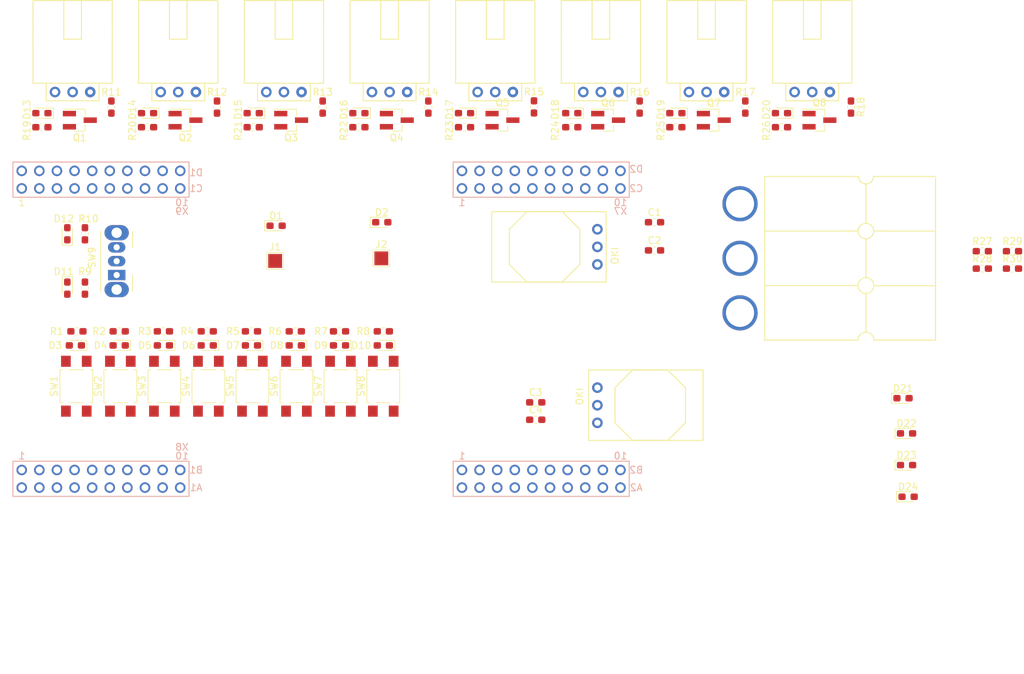
<source format=kicad_pcb>
(kicad_pcb (version 20171130) (host pcbnew "(5.1.4)-1")
  (layers (0 F.Cu signal) (31 B.Cu signal) (34 B.Paste user) (35 F.Paste user) (36 B.SilkS user) (37 F.SilkS user) (38 B.Mask user) (39 F.Mask user) (44 Edge.Cuts user))
  (net 0 "")
  (net 1 GND)
  (net 2 Power_Input_Log)
  (net 3 Power_Input_Act)
  (net 4 +3V3)
  (net 5 "Net-(D9-Pad2)")
  (net 6 "Net-(D10-Pad2)")
  (net 7 "Net-(D15-Pad2)")
  (net 8 "Net-(D16-Pad2)")
  (net 9 Servo_Digital_Control)
  (net 10 Servo_Manual_Control)
  (net 11 "Net-(D22-Pad2)")
  (net 12 "Net-(Q1-Pad1)")
  (net 13 "Net-(Q2-Pad1)")
  (net 14 "Net-(Q3-Pad1)")
  (net 15 "Net-(Q4-Pad1)")
  (net 16 "Net-(Q5-Pad1)")
  (net 17 "Net-(Q6-Pad1)")
  (net 18 "Net-(Q7-Pad1)")
  (net 19 "Net-(Q8-Pad1)")
  (net 20 Servo_1_SW)
  (net 21 Servo_2_SW)
  (net 22 Servo_3_SW)
  (net 23 Servo_4_SW)
  (net 24 Servo_5_SW)
  (net 25 Servo_6_SW)
  (net 26 Servo_7_SW)
  (net 27 Servo_8_SW)
  (net 28 "Net-(D5-Pad2)")
  (net 29 "Net-(D6-Pad2)")
  (net 30 "Net-(D7-Pad2)")
  (net 31 "Net-(D8-Pad2)")
  (net 32 "Net-(D15-Pad1)")
  (net 33 "Net-(D16-Pad1)")
  (net 34 "Net-(D17-Pad1)")
  (net 35 "Net-(D17-Pad2)")
  (net 36 "Net-(D18-Pad1)")
  (net 37 "Net-(D18-Pad2)")
  (net 38 "Net-(D19-Pad1)")
  (net 39 "Net-(D19-Pad2)")
  (net 40 "Net-(D20-Pad1)")
  (net 41 "Net-(D20-Pad2)")
  (net 42 "Net-(D21-Pad2)")
  (net 43 +5V)
  (net 44 Servo_1_PWM)
  (net 45 Servo_2_PWM)
  (net 46 Servo_3_PWM)
  (net 47 Servo_4_PWM)
  (net 48 Servo_5_PWM)
  (net 49 Servo_6_PWM)
  (net 50 Servo_7_PWM)
  (net 51 Servo_8_AW)
  (net 52 "Net-(U3-PadPM6)")
  (net 53 "Net-(U3-PadPQ1)")
  (net 54 "Net-(U3-PadPQ2)")
  (net 55 "Net-(U3-PadPK0)")
  (net 56 "Net-(U3-PadPQ3)")
  (net 57 "Net-(U3-PadPP3)")
  (net 58 "Net-(U3-PadPQ0)")
  (net 59 "Net-(U3-PadPA7)")
  (net 60 "Net-(U3-PadPN5)")
  (net 61 "Net-(U3-PadPK2)")
  (net 62 "Net-(U3-PadPK1)")
  (net 63 "Net-(U3-PadPB4)")
  (net 64 "Net-(U3-PadPB5)")
  (net 65 "Net-(U3-PadPK3)")
  (net 66 "Net-(U3-PadPD2)")
  (net 67 "Net-(U3-PadPP0)")
  (net 68 "Net-(U3-PadPP1)")
  (net 69 "Net-(U3-PadPD4)")
  (net 70 "Net-(U3-PadPD5)")
  (net 71 "Net-(U3-PadPP4)")
  (net 72 "Net-(U3-PadPN4)")
  (net 73 "Net-(U3-PadPM1)")
  (net 74 "Net-(U3-PadPM2)")
  (net 75 "Net-(U3-PadPH0)")
  (net 76 "Net-(U3-PadPH1)")
  (net 77 "Net-(U3-PadPK6)")
  (net 78 "Net-(U3-PadPK7)")
  (net 79 "Net-(U3-PadPM7)")
  (net 80 "Net-(U3-PadPP5)")
  (net 81 "Net-(U3-Pad+5V)")
  (net 82 "Net-(U3-PadPC5)")
  (net 83 "Net-(U3-PadPC6)")
  (net 84 "Net-(U3-PadPE5)")
  (net 85 "Net-(U3-PadPD3)")
  (net 86 "Net-(U3-PadPC7)")
  (net 87 "Net-(U3-PadPB2)")
  (net 88 "Net-(U3-PadPB3)")
  (net 89 "Net-(U3-PadPL4)")
  (net 90 "Net-(U3-PadPL5)")
  (net 91 "Net-(U3-PadPL0)")
  (net 92 "Net-(U3-PadPL1)")
  (net 93 "Net-(U3-PadPL2)")
  (net 94 "Net-(U3-PadPL3)")
  (net 95 "Net-(U3-PadPM3)")
  (net 96 "Net-(U3-PadPH2)")
  (net 97 "Net-(U3-PadPH3)")
  (net 98 "Net-(U3-PadRese)")
  (net 99 "Net-(U3-PadPD1)")
  (net 100 "Net-(U3-PadPD0)")
  (net 101 "Net-(U3-PadPN2)")
  (net 102 "Net-(U3-PadPN3)")
  (net 103 "Net-(U3-PadPP2)")
  (net 104 "Net-(U3-PadPA4)")
  (net 105 "Net-(U3-PadPA5)")
  (net 106 "Net-(D3-Pad2)")
  (net 107 "Net-(D4-Pad2)")
  (net 108 "Net-(D13-Pad2)")
  (net 109 "Net-(D13-Pad1)")
  (net 110 "Net-(D14-Pad2)")
  (net 111 "Net-(D14-Pad1)")
  (net 112 "Net-(D23-Pad2)")
  (net 113 "Net-(D24-Pad2)")
  (net 114 "Net-(R9-Pad1)")
  (net 115 "Net-(R10-Pad1)")
  (module LED_SMD:LED_0603_1608Metric_Pad1.05x0.95mm_HandSolder (layer F.Cu) (at 113.933 128.524 180)
    (fp_text reference D9 (at 2.681 0) (layer F.SilkS))
    (fp_text value LED)
    (pad 2 smd roundrect (at 0.875 0 180) (size 1.05 0.95) (layers F.Cu F.Paste F.Mask) (net 5 "Net-(D9-Pad2)"))
    (pad 1 smd roundrect (at -0.875 0 180) (size 1.05 0.95) (layers F.Cu F.Paste F.Mask) (net 1 GND))
  )
  (module LED_SMD:LED_0603_1608Metric_Pad1.05x0.95mm_HandSolder (layer F.Cu) (at 104.789 111.252)
    (fp_text reference D1 (at 0 -1.43) (layer F.SilkS))
    (fp_text value D_Zener)
    (pad 1 smd roundrect (at -0.875 0) (size 1.05 0.95) (layers F.Cu F.Paste F.Mask) (net 2 Power_Input_Log))
    (pad 2 smd roundrect (at 0.875 0) (size 1.05 0.95) (layers F.Cu F.Paste F.Mask) (net 1 GND))
  )
  (module LED_SMD:LED_0603_1608Metric_Pad1.05x0.95mm_HandSolder (layer F.Cu) (at 120.029 110.744)
    (fp_text reference D2 (at 0 -1.43) (layer F.SilkS))
    (fp_text value D_Zener)
    (pad 1 smd roundrect (at -0.875 0) (size 1.05 0.95) (layers F.Cu F.Paste F.Mask) (net 3 Power_Input_Act))
    (pad 2 smd roundrect (at 0.875 0) (size 1.05 0.95) (layers F.Cu F.Paste F.Mask) (net 1 GND))
  )
  (module LED_SMD:LED_0603_1608Metric_Pad1.05x0.95mm_HandSolder (layer F.Cu) (at 75.833 128.524 180)
    (fp_text reference D3 (at 2.907 0) (layer F.SilkS))
    (fp_text value LED)
    (pad 2 smd roundrect (at 0.875 0 180) (size 1.05 0.95) (layers F.Cu F.Paste F.Mask) (net 106 "Net-(D3-Pad2)"))
    (pad 1 smd roundrect (at -0.875 0 180) (size 1.05 0.95) (layers F.Cu F.Paste F.Mask) (net 1 GND))
  )
  (module LED_SMD:LED_0603_1608Metric_Pad1.05x0.95mm_HandSolder (layer F.Cu) (at 82.155 128.524 180)
    (fp_text reference D4 (at 2.681 0) (layer F.SilkS))
    (fp_text value LED)
    (pad 1 smd roundrect (at -0.875 0 180) (size 1.05 0.95) (layers F.Cu F.Paste F.Mask) (net 1 GND))
    (pad 2 smd roundrect (at 0.875 0 180) (size 1.05 0.95) (layers F.Cu F.Paste F.Mask) (net 107 "Net-(D4-Pad2)"))
  )
  (module LED_SMD:LED_0603_1608Metric_Pad1.05x0.95mm_HandSolder (layer F.Cu) (at 88.533 128.524 180)
    (fp_text reference D5 (at 2.681 0) (layer F.SilkS))
    (fp_text value LED)
    (pad 1 smd roundrect (at -0.875 0 180) (size 1.05 0.95) (layers F.Cu F.Paste F.Mask) (net 1 GND))
    (pad 2 smd roundrect (at 0.875 0 180) (size 1.05 0.95) (layers F.Cu F.Paste F.Mask) (net 28 "Net-(D5-Pad2)"))
  )
  (module LED_SMD:LED_0603_1608Metric_Pad1.05x0.95mm_HandSolder (layer F.Cu) (at 94.855 128.524 180)
    (fp_text reference D6 (at 2.681 0) (layer F.SilkS))
    (fp_text value LED)
    (pad 2 smd roundrect (at 0.875 0 180) (size 1.05 0.95) (layers F.Cu F.Paste F.Mask) (net 29 "Net-(D6-Pad2)"))
    (pad 1 smd roundrect (at -0.875 0 180) (size 1.05 0.95) (layers F.Cu F.Paste F.Mask) (net 1 GND))
  )
  (module LED_SMD:LED_0603_1608Metric_Pad1.05x0.95mm_HandSolder (layer F.Cu) (at 101.233 128.524 180)
    (fp_text reference D7 (at 2.681 0) (layer F.SilkS))
    (fp_text value LED)
    (pad 1 smd roundrect (at -0.875 0 180) (size 1.05 0.95) (layers F.Cu F.Paste F.Mask) (net 1 GND))
    (pad 2 smd roundrect (at 0.875 0 180) (size 1.05 0.95) (layers F.Cu F.Paste F.Mask) (net 30 "Net-(D7-Pad2)"))
  )
  (module LED_SMD:LED_0603_1608Metric_Pad1.05x0.95mm_HandSolder (layer F.Cu) (at 107.555 128.524 180)
    (fp_text reference D8 (at 2.681 0) (layer F.SilkS))
    (fp_text value LED)
    (pad 2 smd roundrect (at 0.875 0 180) (size 1.05 0.95) (layers F.Cu F.Paste F.Mask) (net 31 "Net-(D8-Pad2)"))
    (pad 1 smd roundrect (at -0.875 0 180) (size 1.05 0.95) (layers F.Cu F.Paste F.Mask) (net 1 GND))
  )
  (module LED_SMD:LED_0603_1608Metric_Pad1.05x0.95mm_HandSolder (layer F.Cu) (at 120.255 128.524 180)
    (fp_text reference D10 (at 3.189 0) (layer F.SilkS))
    (fp_text value LED)
    (pad 2 smd roundrect (at 0.875 0 180) (size 1.05 0.95) (layers F.Cu F.Paste F.Mask) (net 6 "Net-(D10-Pad2)"))
    (pad 1 smd roundrect (at -0.875 0 180) (size 1.05 0.95) (layers F.Cu F.Paste F.Mask) (net 1 GND))
  )
  (module LED_SMD:LED_0603_1608Metric_Pad1.05x0.95mm_HandSolder (layer F.Cu) (at 74.676 120.255 270)
    (fp_text reference D11 (at -2.399 0.508 180) (layer F.SilkS))
    (fp_text value LED)
    (pad 1 smd roundrect (at -0.875 0 270) (size 1.05 0.95) (layers F.Cu F.Paste F.Mask) (net 1 GND))
    (pad 2 smd roundrect (at 0.875 0 270) (size 1.05 0.95) (layers F.Cu F.Paste F.Mask) (net 9 Servo_Digital_Control))
  )
  (module LED_SMD:LED_0603_1608Metric_Pad1.05x0.95mm_HandSolder (layer F.Cu) (at 74.676 112.409 90)
    (fp_text reference D12 (at 2.173 -0.508 180) (layer F.SilkS))
    (fp_text value LED)
    (pad 2 smd roundrect (at 0.875 0 90) (size 1.05 0.95) (layers F.Cu F.Paste F.Mask) (net 10 Servo_Manual_Control))
    (pad 1 smd roundrect (at -0.875 0 90) (size 1.05 0.95) (layers F.Cu F.Paste F.Mask) (net 1 GND))
  )
  (module LED_SMD:LED_0603_1608Metric_Pad1.05x0.95mm_HandSolder (layer F.Cu) (at 71.007 94.996 180)
    (fp_text reference D13 (at 2.173 0.508 90) (layer F.SilkS))
    (fp_text value LED)
    (pad 2 smd roundrect (at 0.875 0 180) (size 1.05 0.95) (layers F.Cu F.Paste F.Mask) (net 108 "Net-(D13-Pad2)"))
    (pad 1 smd roundrect (at -0.875 0 180) (size 1.05 0.95) (layers F.Cu F.Paste F.Mask) (net 109 "Net-(D13-Pad1)"))
  )
  (module LED_SMD:LED_0603_1608Metric_Pad1.05x0.95mm_HandSolder (layer F.Cu) (at 86.247 94.996 180)
    (fp_text reference D14 (at 2.173 0.508 270) (layer F.SilkS))
    (fp_text value LED)
    (pad 2 smd roundrect (at 0.875 0 180) (size 1.05 0.95) (layers F.Cu F.Paste F.Mask) (net 110 "Net-(D14-Pad2)"))
    (pad 1 smd roundrect (at -0.875 0 180) (size 1.05 0.95) (layers F.Cu F.Paste F.Mask) (net 111 "Net-(D14-Pad1)"))
  )
  (module LED_SMD:LED_0603_1608Metric_Pad1.05x0.95mm_HandSolder (layer F.Cu) (at 101.487 94.996 180)
    (fp_text reference D15 (at 2.173 0.508 90) (layer F.SilkS))
    (fp_text value LED)
    (pad 2 smd roundrect (at 0.875 0 180) (size 1.05 0.95) (layers F.Cu F.Paste F.Mask) (net 7 "Net-(D15-Pad2)"))
    (pad 1 smd roundrect (at -0.875 0 180) (size 1.05 0.95) (layers F.Cu F.Paste F.Mask) (net 32 "Net-(D15-Pad1)"))
  )
  (module LED_SMD:LED_0603_1608Metric_Pad1.05x0.95mm_HandSolder (layer F.Cu) (at 116.727 94.996 180)
    (fp_text reference D16 (at 2.173 0.508 90) (layer F.SilkS))
    (fp_text value LED)
    (pad 2 smd roundrect (at 0.875 0 180) (size 1.05 0.95) (layers F.Cu F.Paste F.Mask) (net 8 "Net-(D16-Pad2)"))
    (pad 1 smd roundrect (at -0.875 0 180) (size 1.05 0.95) (layers F.Cu F.Paste F.Mask) (net 33 "Net-(D16-Pad1)"))
  )
  (module LED_SMD:LED_0603_1608Metric_Pad1.05x0.95mm_HandSolder (layer F.Cu) (at 131.967 94.996 180)
    (fp_text reference D17 (at 2.173 0.508 90) (layer F.SilkS))
    (fp_text value LED)
    (pad 1 smd roundrect (at -0.875 0 180) (size 1.05 0.95) (layers F.Cu F.Paste F.Mask) (net 34 "Net-(D17-Pad1)"))
    (pad 2 smd roundrect (at 0.875 0 180) (size 1.05 0.95) (layers F.Cu F.Paste F.Mask) (net 35 "Net-(D17-Pad2)"))
  )
  (module LED_SMD:LED_0603_1608Metric_Pad1.05x0.95mm_HandSolder (layer F.Cu) (at 147.433 94.996 180)
    (fp_text reference D18 (at 2.399 0.508 90) (layer F.SilkS))
    (fp_text value LED)
    (pad 2 smd roundrect (at 0.875 0 180) (size 1.05 0.95) (layers F.Cu F.Paste F.Mask) (net 37 "Net-(D18-Pad2)"))
    (pad 1 smd roundrect (at -0.875 0 180) (size 1.05 0.95) (layers F.Cu F.Paste F.Mask) (net 36 "Net-(D18-Pad1)"))
  )
  (module LED_SMD:LED_0603_1608Metric_Pad1.05x0.95mm_HandSolder (layer F.Cu) (at 162.447 94.996 180)
    (fp_text reference D19 (at 2.173 0.508 90) (layer F.SilkS))
    (fp_text value LED)
    (pad 1 smd roundrect (at -0.875 0 180) (size 1.05 0.95) (layers F.Cu F.Paste F.Mask) (net 38 "Net-(D19-Pad1)"))
    (pad 2 smd roundrect (at 0.875 0 180) (size 1.05 0.95) (layers F.Cu F.Paste F.Mask) (net 39 "Net-(D19-Pad2)"))
  )
  (module LED_SMD:LED_0603_1608Metric_Pad1.05x0.95mm_HandSolder (layer F.Cu) (at 177.687 94.996 180)
    (fp_text reference D20 (at 2.173 0.508 90) (layer F.SilkS))
    (fp_text value LED)
    (pad 1 smd roundrect (at -0.875 0 180) (size 1.05 0.95) (layers F.Cu F.Paste F.Mask) (net 40 "Net-(D20-Pad1)"))
    (pad 2 smd roundrect (at 0.875 0 180) (size 1.05 0.95) (layers F.Cu F.Paste F.Mask) (net 41 "Net-(D20-Pad2)"))
  )
  (module TestPoint:TestPoint_Pad_2.0x2.0mm (layer F.Cu) (at 104.648 116.332)
    (fp_text reference J1 (at 0 -1.998) (layer F.SilkS))
    (fp_text value Test_Point)
    (pad 1 smd rect (at 0 0) (size 2 2) (layers F.Cu F.Mask) (net 2 Power_Input_Log))
  )
  (module TestPoint:TestPoint_Pad_2.0x2.0mm (layer F.Cu) (at 119.961001 115.959001)
    (fp_text reference J2 (at 0 -1.998) (layer F.SilkS))
    (fp_text value Test_Point)
    (pad 1 smd rect (at 0 0) (size 2 2) (layers F.Cu F.Mask) (net 3 Power_Input_Act))
  )
  (module Package_TO_SOT_SMD:SOT-23_Handsoldering (layer F.Cu) (at 76.478 96.012)
    (fp_text reference Q1 (at -0.024 2.54) (layer F.SilkS))
    (fp_text value Q_NMOS_GDS)
    (pad 1 smd rect (at -1.5 -0.95) (size 1.9 0.8) (layers F.Cu F.Paste F.Mask) (net 12 "Net-(Q1-Pad1)"))
    (pad 2 smd rect (at -1.5 0.95) (size 1.9 0.8) (layers F.Cu F.Paste F.Mask) (net 109 "Net-(D13-Pad1)"))
    (pad 3 smd rect (at 1.5 0) (size 1.9 0.8) (layers F.Cu F.Paste F.Mask) (net 1 GND))
  )
  (module Package_TO_SOT_SMD:SOT-23_Handsoldering (layer F.Cu) (at 91.718 96.012)
    (fp_text reference Q2 (at 0 2.54) (layer F.SilkS))
    (fp_text value Q_NMOS_GDS)
    (pad 1 smd rect (at -1.5 -0.95) (size 1.9 0.8) (layers F.Cu F.Paste F.Mask) (net 13 "Net-(Q2-Pad1)"))
    (pad 2 smd rect (at -1.5 0.95) (size 1.9 0.8) (layers F.Cu F.Paste F.Mask) (net 111 "Net-(D14-Pad1)"))
    (pad 3 smd rect (at 1.5 0) (size 1.9 0.8) (layers F.Cu F.Paste F.Mask) (net 1 GND))
  )
  (module Package_TO_SOT_SMD:SOT-23_Handsoldering (layer F.Cu) (at 106.958 96.012)
    (fp_text reference Q3 (at 0 2.54) (layer F.SilkS))
    (fp_text value Q_NMOS_GDS)
    (pad 3 smd rect (at 1.5 0) (size 1.9 0.8) (layers F.Cu F.Paste F.Mask) (net 1 GND))
    (pad 2 smd rect (at -1.5 0.95) (size 1.9 0.8) (layers F.Cu F.Paste F.Mask) (net 32 "Net-(D15-Pad1)"))
    (pad 1 smd rect (at -1.5 -0.95) (size 1.9 0.8) (layers F.Cu F.Paste F.Mask) (net 14 "Net-(Q3-Pad1)"))
  )
  (module Package_TO_SOT_SMD:SOT-23_Handsoldering (layer F.Cu) (at 122.198 96.012)
    (fp_text reference Q4 (at -0.024 2.54) (layer F.SilkS))
    (fp_text value Q_NMOS_GDS)
    (pad 1 smd rect (at -1.5 -0.95) (size 1.9 0.8) (layers F.Cu F.Paste F.Mask) (net 15 "Net-(Q4-Pad1)"))
    (pad 2 smd rect (at -1.5 0.95) (size 1.9 0.8) (layers F.Cu F.Paste F.Mask) (net 33 "Net-(D16-Pad1)"))
    (pad 3 smd rect (at 1.5 0) (size 1.9 0.8) (layers F.Cu F.Paste F.Mask) (net 1 GND))
  )
  (module Package_TO_SOT_SMD:SOT-23_Handsoldering (layer F.Cu) (at 137.438 96.012)
    (fp_text reference Q5 (at 0 -2.5) (layer F.SilkS))
    (fp_text value Q_NMOS_GDS)
    (pad 1 smd rect (at -1.5 -0.95) (size 1.9 0.8) (layers F.Cu F.Paste F.Mask) (net 16 "Net-(Q5-Pad1)"))
    (pad 2 smd rect (at -1.5 0.95) (size 1.9 0.8) (layers F.Cu F.Paste F.Mask) (net 34 "Net-(D17-Pad1)"))
    (pad 3 smd rect (at 1.5 0) (size 1.9 0.8) (layers F.Cu F.Paste F.Mask) (net 1 GND))
  )
  (module Package_TO_SOT_SMD:SOT-23_Handsoldering (layer F.Cu) (at 152.678 96.012)
    (fp_text reference Q6 (at 0 -2.5) (layer F.SilkS))
    (fp_text value Q_NMOS_GDS)
    (pad 3 smd rect (at 1.5 0) (size 1.9 0.8) (layers F.Cu F.Paste F.Mask) (net 1 GND))
    (pad 2 smd rect (at -1.5 0.95) (size 1.9 0.8) (layers F.Cu F.Paste F.Mask) (net 36 "Net-(D18-Pad1)"))
    (pad 1 smd rect (at -1.5 -0.95) (size 1.9 0.8) (layers F.Cu F.Paste F.Mask) (net 17 "Net-(Q6-Pad1)"))
  )
  (module Package_TO_SOT_SMD:SOT-23_Handsoldering (layer F.Cu) (at 167.918 96.012)
    (fp_text reference Q7 (at 0 -2.5) (layer F.SilkS))
    (fp_text value Q_NMOS_GDS)
    (pad 3 smd rect (at 1.5 0) (size 1.9 0.8) (layers F.Cu F.Paste F.Mask) (net 1 GND))
    (pad 2 smd rect (at -1.5 0.95) (size 1.9 0.8) (layers F.Cu F.Paste F.Mask) (net 38 "Net-(D19-Pad1)"))
    (pad 1 smd rect (at -1.5 -0.95) (size 1.9 0.8) (layers F.Cu F.Paste F.Mask) (net 18 "Net-(Q7-Pad1)"))
  )
  (module Package_TO_SOT_SMD:SOT-23_Handsoldering (layer F.Cu) (at 183.158 96.012)
    (fp_text reference Q8 (at 0 -2.5) (layer F.SilkS))
    (fp_text value Q_NMOS_GDS)
    (pad 3 smd rect (at 1.5 0) (size 1.9 0.8) (layers F.Cu F.Paste F.Mask) (net 1 GND))
    (pad 2 smd rect (at -1.5 0.95) (size 1.9 0.8) (layers F.Cu F.Paste F.Mask) (net 40 "Net-(D20-Pad1)"))
    (pad 1 smd rect (at -1.5 -0.95) (size 1.9 0.8) (layers F.Cu F.Paste F.Mask) (net 19 "Net-(Q8-Pad1)"))
  )
  (module Button_Switch_SMD:SW_SPST_TL3305A (layer F.Cu) (at 75.97 134.41 90)
    (fp_text reference SW1 (at 0 -3.2 90) (layer F.SilkS))
    (fp_text value SW_Push)
    (pad 2 smd rect (at -3.6 1.5 90) (size 1.6 1.4) (layers F.Cu F.Paste F.Mask) (net 20 Servo_1_SW))
    (pad 2 smd rect (at 3.6 1.5 90) (size 1.6 1.4) (layers F.Cu F.Paste F.Mask) (net 20 Servo_1_SW))
    (pad 1 smd rect (at -3.6 -1.5 90) (size 1.6 1.4) (layers F.Cu F.Paste F.Mask) (net 4 +3V3))
    (pad 1 smd rect (at 3.6 -1.5 90) (size 1.6 1.4) (layers F.Cu F.Paste F.Mask) (net 4 +3V3))
  )
  (module Button_Switch_SMD:SW_SPST_TL3305A (layer F.Cu) (at 82.32 134.41 90)
    (fp_text reference SW2 (at 0 -3.2 90) (layer F.SilkS))
    (fp_text value SW_Push)
    (pad 2 smd rect (at -3.6 1.5 90) (size 1.6 1.4) (layers F.Cu F.Paste F.Mask) (net 21 Servo_2_SW))
    (pad 2 smd rect (at 3.6 1.5 90) (size 1.6 1.4) (layers F.Cu F.Paste F.Mask) (net 21 Servo_2_SW))
    (pad 1 smd rect (at -3.6 -1.5 90) (size 1.6 1.4) (layers F.Cu F.Paste F.Mask) (net 4 +3V3))
    (pad 1 smd rect (at 3.6 -1.5 90) (size 1.6 1.4) (layers F.Cu F.Paste F.Mask) (net 4 +3V3))
  )
  (module Button_Switch_SMD:SW_SPST_TL3305A (layer F.Cu) (at 88.67 134.41 90)
    (fp_text reference SW3 (at 0 -3.2 90) (layer F.SilkS))
    (fp_text value SW_Push)
    (pad 1 smd rect (at 3.6 -1.5 90) (size 1.6 1.4) (layers F.Cu F.Paste F.Mask) (net 4 +3V3))
    (pad 1 smd rect (at -3.6 -1.5 90) (size 1.6 1.4) (layers F.Cu F.Paste F.Mask) (net 4 +3V3))
    (pad 2 smd rect (at 3.6 1.5 90) (size 1.6 1.4) (layers F.Cu F.Paste F.Mask) (net 22 Servo_3_SW))
    (pad 2 smd rect (at -3.6 1.5 90) (size 1.6 1.4) (layers F.Cu F.Paste F.Mask) (net 22 Servo_3_SW))
  )
  (module Button_Switch_SMD:SW_SPST_TL3305A (layer F.Cu) (at 95.02 134.41 90)
    (fp_text reference SW4 (at 0 -3.2 90) (layer F.SilkS))
    (fp_text value SW_Push)
    (pad 1 smd rect (at 3.6 -1.5 90) (size 1.6 1.4) (layers F.Cu F.Paste F.Mask) (net 4 +3V3))
    (pad 1 smd rect (at -3.6 -1.5 90) (size 1.6 1.4) (layers F.Cu F.Paste F.Mask) (net 4 +3V3))
    (pad 2 smd rect (at 3.6 1.5 90) (size 1.6 1.4) (layers F.Cu F.Paste F.Mask) (net 23 Servo_4_SW))
    (pad 2 smd rect (at -3.6 1.5 90) (size 1.6 1.4) (layers F.Cu F.Paste F.Mask) (net 23 Servo_4_SW))
  )
  (module Button_Switch_SMD:SW_SPST_TL3305A (layer F.Cu) (at 101.37 134.41 90)
    (fp_text reference SW5 (at 0 -3.2 90) (layer F.SilkS))
    (fp_text value SW_Push)
    (pad 2 smd rect (at -3.6 1.5 90) (size 1.6 1.4) (layers F.Cu F.Paste F.Mask) (net 24 Servo_5_SW))
    (pad 2 smd rect (at 3.6 1.5 90) (size 1.6 1.4) (layers F.Cu F.Paste F.Mask) (net 24 Servo_5_SW))
    (pad 1 smd rect (at -3.6 -1.5 90) (size 1.6 1.4) (layers F.Cu F.Paste F.Mask) (net 4 +3V3))
    (pad 1 smd rect (at 3.6 -1.5 90) (size 1.6 1.4) (layers F.Cu F.Paste F.Mask) (net 4 +3V3))
  )
  (module Button_Switch_SMD:SW_SPST_TL3305A (layer F.Cu) (at 107.72 134.41 90)
    (fp_text reference SW6 (at 0 -3.2 90) (layer F.SilkS))
    (fp_text value SW_Push)
    (pad 1 smd rect (at 3.6 -1.5 90) (size 1.6 1.4) (layers F.Cu F.Paste F.Mask) (net 4 +3V3))
    (pad 1 smd rect (at -3.6 -1.5 90) (size 1.6 1.4) (layers F.Cu F.Paste F.Mask) (net 4 +3V3))
    (pad 2 smd rect (at 3.6 1.5 90) (size 1.6 1.4) (layers F.Cu F.Paste F.Mask) (net 25 Servo_6_SW))
    (pad 2 smd rect (at -3.6 1.5 90) (size 1.6 1.4) (layers F.Cu F.Paste F.Mask) (net 25 Servo_6_SW))
  )
  (module Button_Switch_SMD:SW_SPST_TL3305A (layer F.Cu) (at 114.07 134.41 90)
    (fp_text reference SW7 (at 0 -3.2 90) (layer F.SilkS))
    (fp_text value SW_Push)
    (pad 2 smd rect (at -3.6 1.5 90) (size 1.6 1.4) (layers F.Cu F.Paste F.Mask) (net 26 Servo_7_SW))
    (pad 2 smd rect (at 3.6 1.5 90) (size 1.6 1.4) (layers F.Cu F.Paste F.Mask) (net 26 Servo_7_SW))
    (pad 1 smd rect (at -3.6 -1.5 90) (size 1.6 1.4) (layers F.Cu F.Paste F.Mask) (net 4 +3V3))
    (pad 1 smd rect (at 3.6 -1.5 90) (size 1.6 1.4) (layers F.Cu F.Paste F.Mask) (net 4 +3V3))
  )
  (module Button_Switch_SMD:SW_SPST_TL3305A (layer F.Cu) (at 120.245001 134.41 90)
    (fp_text reference SW8 (at 0 -3.2 90) (layer F.SilkS))
    (fp_text value SW_Push)
    (pad 1 smd rect (at 3.6 -1.5 90) (size 1.6 1.4) (layers F.Cu F.Paste F.Mask) (net 4 +3V3))
    (pad 1 smd rect (at -3.6 -1.5 90) (size 1.6 1.4) (layers F.Cu F.Paste F.Mask) (net 4 +3V3))
    (pad 2 smd rect (at 3.6 1.5 90) (size 1.6 1.4) (layers F.Cu F.Paste F.Mask) (net 27 Servo_8_SW))
    (pad 2 smd rect (at -3.6 1.5 90) (size 1.6 1.4) (layers F.Cu F.Paste F.Mask) (net 27 Servo_8_SW))
  )
  (module Button_Switch_THT:SW_CuK_OS102011MA1QN1_SPDT_Angled (layer F.Cu) (at 81.788 118.364 90)
    (fp_text reference SW9 (at 2.54 -3.556 270) (layer F.SilkS))
    (fp_text value SW_SPDT)
    (pad 1 thru_hole rect (at 0 0 90) (size 1.5 2.5) (drill 0.9) (layers *.Cu *.Mask) (net 114 "Net-(R9-Pad1)"))
    (pad 2 thru_hole oval (at 2 0 90) (size 1.5 2.5) (drill 0.9) (layers *.Cu *.Mask) (net 4 +3V3))
    (pad 3 thru_hole oval (at 4 0 90) (size 1.5 2.5) (drill 0.9) (layers *.Cu *.Mask) (net 115 "Net-(R10-Pad1)"))
    (pad "" thru_hole oval (at -2.1 0 90) (size 2.2 3.5) (drill 1.5) (layers *.Cu *.Mask))
    (pad "" thru_hole oval (at 6.1 0 90) (size 2.2 3.5) (drill 1.5) (layers *.Cu *.Mask))
  )
  (module MRDT_Connectors:Anderson_3_Horizontal_Side_by_Side (layer F.Cu) (at 175.26 104.14 180)
    (fp_text reference Conn1 hide)
    (fp_text value AndersonPP)
    (pad 3 thru_hole circle (at 3.556 -3.937 180) (size 5.08 5.08) (drill 4.06) (layers *.Cu *.Mask F.Paste) (net 3 Power_Input_Act))
    (pad 2 thru_hole circle (at 3.556 -11.811 180) (size 5.08 5.08) (drill 4.06) (layers *.Cu *.Mask F.Paste) (net 2 Power_Input_Log))
    (pad 1 thru_hole circle (at 3.556 -19.685 180) (size 5.08 5.08) (drill 4.06) (layers *.Cu *.Mask F.Paste) (net 1 GND))
  )
  (module MRDT_Connectors:MOLEX_SL_03_Horizontal (layer F.Cu) (at 75.438 91.948)
    (fp_text reference Conn2 hide)
    (fp_text value Molex_SL_03)
    (pad "" np_thru_hole circle (at 3.81 -8.636) (size 3.45 3.45) (drill 3.45) (layers *.Cu *.Mask))
    (pad "" np_thru_hole circle (at -3.81 -8.636) (size 3.45 3.45) (drill 3.45) (layers *.Cu *.Mask))
    (pad 3 thru_hole circle (at 2.54 0) (size 1.524 1.524) (drill 0.762) (layers *.Cu *.Mask) (net 44 Servo_1_PWM))
    (pad 2 thru_hole circle (at 0 0) (size 1.524 1.524) (drill 0.9) (layers *.Cu *.Mask) (net 1 GND))
    (pad 1 thru_hole circle (at -2.54 0) (size 1.524 1.524) (drill 0.9) (layers *.Cu *.Mask) (net 43 +5V))
  )
  (module MRDT_Connectors:MOLEX_SL_03_Horizontal (layer F.Cu) (at 90.678 91.948)
    (fp_text reference Conn3 hide)
    (fp_text value Molex_SL_03)
    (pad 1 thru_hole circle (at -2.54 0) (size 1.524 1.524) (drill 0.9) (layers *.Cu *.Mask) (net 43 +5V))
    (pad 2 thru_hole circle (at 0 0) (size 1.524 1.524) (drill 0.9) (layers *.Cu *.Mask) (net 1 GND))
    (pad 3 thru_hole circle (at 2.54 0) (size 1.524 1.524) (drill 0.762) (layers *.Cu *.Mask) (net 45 Servo_2_PWM))
    (pad "" np_thru_hole circle (at -3.81 -8.636) (size 3.45 3.45) (drill 3.45) (layers *.Cu *.Mask))
    (pad "" np_thru_hole circle (at 3.81 -8.636) (size 3.45 3.45) (drill 3.45) (layers *.Cu *.Mask))
  )
  (module MRDT_Connectors:MOLEX_SL_03_Horizontal (layer F.Cu) (at 105.918 91.948)
    (fp_text reference Conn4 hide)
    (fp_text value Molex_SL_03)
    (pad "" np_thru_hole circle (at 3.81 -8.636) (size 3.45 3.45) (drill 3.45) (layers *.Cu *.Mask))
    (pad "" np_thru_hole circle (at -3.81 -8.636) (size 3.45 3.45) (drill 3.45) (layers *.Cu *.Mask))
    (pad 3 thru_hole circle (at 2.54 0) (size 1.524 1.524) (drill 0.762) (layers *.Cu *.Mask) (net 46 Servo_3_PWM))
    (pad 2 thru_hole circle (at 0 0) (size 1.524 1.524) (drill 0.9) (layers *.Cu *.Mask) (net 1 GND))
    (pad 1 thru_hole circle (at -2.54 0) (size 1.524 1.524) (drill 0.9) (layers *.Cu *.Mask) (net 43 +5V))
  )
  (module MRDT_Connectors:MOLEX_SL_03_Horizontal (layer F.Cu) (at 121.158 91.948)
    (fp_text reference Conn5 hide)
    (fp_text value Molex_SL_03)
    (pad 1 thru_hole circle (at -2.54 0) (size 1.524 1.524) (drill 0.9) (layers *.Cu *.Mask) (net 43 +5V))
    (pad 2 thru_hole circle (at 0 0) (size 1.524 1.524) (drill 0.9) (layers *.Cu *.Mask) (net 1 GND))
    (pad 3 thru_hole circle (at 2.54 0) (size 1.524 1.524) (drill 0.762) (layers *.Cu *.Mask) (net 47 Servo_4_PWM))
    (pad "" np_thru_hole circle (at -3.81 -8.636) (size 3.45 3.45) (drill 3.45) (layers *.Cu *.Mask))
    (pad "" np_thru_hole circle (at 3.81 -8.636) (size 3.45 3.45) (drill 3.45) (layers *.Cu *.Mask))
  )
  (module MRDT_Connectors:MOLEX_SL_03_Horizontal (layer F.Cu) (at 136.398 91.948)
    (fp_text reference Conn6 hide)
    (fp_text value Molex_SL_03)
    (pad "" np_thru_hole circle (at 3.81 -8.636) (size 3.45 3.45) (drill 3.45) (layers *.Cu *.Mask))
    (pad "" np_thru_hole circle (at -3.81 -8.636) (size 3.45 3.45) (drill 3.45) (layers *.Cu *.Mask))
    (pad 3 thru_hole circle (at 2.54 0) (size 1.524 1.524) (drill 0.762) (layers *.Cu *.Mask) (net 48 Servo_5_PWM))
    (pad 2 thru_hole circle (at 0 0) (size 1.524 1.524) (drill 0.9) (layers *.Cu *.Mask) (net 1 GND))
    (pad 1 thru_hole circle (at -2.54 0) (size 1.524 1.524) (drill 0.9) (layers *.Cu *.Mask) (net 43 +5V))
  )
  (module MRDT_Connectors:MOLEX_SL_03_Horizontal (layer F.Cu) (at 151.638 91.948)
    (fp_text reference Conn7 hide)
    (fp_text value Molex_SL_03)
    (pad 1 thru_hole circle (at -2.54 0) (size 1.524 1.524) (drill 0.9) (layers *.Cu *.Mask) (net 43 +5V))
    (pad 2 thru_hole circle (at 0 0) (size 1.524 1.524) (drill 0.9) (layers *.Cu *.Mask) (net 1 GND))
    (pad 3 thru_hole circle (at 2.54 0) (size 1.524 1.524) (drill 0.762) (layers *.Cu *.Mask) (net 49 Servo_6_PWM))
    (pad "" np_thru_hole circle (at -3.81 -8.636) (size 3.45 3.45) (drill 3.45) (layers *.Cu *.Mask))
    (pad "" np_thru_hole circle (at 3.81 -8.636) (size 3.45 3.45) (drill 3.45) (layers *.Cu *.Mask))
  )
  (module MRDT_Connectors:MOLEX_SL_03_Horizontal (layer F.Cu) (at 166.878 91.948)
    (fp_text reference Conn8 hide)
    (fp_text value Molex_SL_03)
    (pad 1 thru_hole circle (at -2.54 0) (size 1.524 1.524) (drill 0.9) (layers *.Cu *.Mask) (net 43 +5V))
    (pad 2 thru_hole circle (at 0 0) (size 1.524 1.524) (drill 0.9) (layers *.Cu *.Mask) (net 1 GND))
    (pad 3 thru_hole circle (at 2.54 0) (size 1.524 1.524) (drill 0.762) (layers *.Cu *.Mask) (net 50 Servo_7_PWM))
    (pad "" np_thru_hole circle (at -3.81 -8.636) (size 3.45 3.45) (drill 3.45) (layers *.Cu *.Mask))
    (pad "" np_thru_hole circle (at 3.81 -8.636) (size 3.45 3.45) (drill 3.45) (layers *.Cu *.Mask))
  )
  (module MRDT_Connectors:MOLEX_SL_03_Horizontal (layer F.Cu) (at 182.118 91.948)
    (fp_text reference Conn9 hide)
    (fp_text value Molex_SL_03)
    (pad "" np_thru_hole circle (at 3.81 -8.636) (size 3.45 3.45) (drill 3.45) (layers *.Cu *.Mask))
    (pad "" np_thru_hole circle (at -3.81 -8.636) (size 3.45 3.45) (drill 3.45) (layers *.Cu *.Mask))
    (pad 3 thru_hole circle (at 2.54 0) (size 1.524 1.524) (drill 0.762) (layers *.Cu *.Mask) (net 51 Servo_8_AW))
    (pad 2 thru_hole circle (at 0 0) (size 1.524 1.524) (drill 0.9) (layers *.Cu *.Mask) (net 1 GND))
    (pad 1 thru_hole circle (at -2.54 0) (size 1.524 1.524) (drill 0.9) (layers *.Cu *.Mask) (net 43 +5V))
  )
  (module Resistor_SMD:R_0603_1608Metric_Pad1.05x0.95mm_HandSolder (layer F.Cu) (at 76.059 126.492)
    (fp_text reference R1 (at -2.907 0) (layer F.SilkS))
    (fp_text value 330)
    (pad 2 smd roundrect (at 0.875 0) (size 1.05 0.95) (layers F.Cu F.Paste F.Mask) (net 20 Servo_1_SW))
    (pad 1 smd roundrect (at -0.875 0) (size 1.05 0.95) (layers F.Cu F.Paste F.Mask) (net 106 "Net-(D3-Pad2)"))
  )
  (module Resistor_SMD:R_0603_1608Metric_Pad1.05x0.95mm_HandSolder (layer F.Cu) (at 82.155 126.492)
    (fp_text reference R2 (at -2.907 0) (layer F.SilkS))
    (fp_text value 330)
    (pad 2 smd roundrect (at 0.875 0) (size 1.05 0.95) (layers F.Cu F.Paste F.Mask) (net 21 Servo_2_SW))
    (pad 1 smd roundrect (at -0.875 0) (size 1.05 0.95) (layers F.Cu F.Paste F.Mask) (net 107 "Net-(D4-Pad2)"))
  )
  (module Resistor_SMD:R_0603_1608Metric_Pad1.05x0.95mm_HandSolder (layer F.Cu) (at 88.533 126.492)
    (fp_text reference R3 (at -2.681 0) (layer F.SilkS))
    (fp_text value 330)
    (pad 1 smd roundrect (at -0.875 0) (size 1.05 0.95) (layers F.Cu F.Paste F.Mask) (net 28 "Net-(D5-Pad2)"))
    (pad 2 smd roundrect (at 0.875 0) (size 1.05 0.95) (layers F.Cu F.Paste F.Mask) (net 22 Servo_3_SW))
  )
  (module Resistor_SMD:R_0603_1608Metric_Pad1.05x0.95mm_HandSolder (layer F.Cu) (at 94.855 126.492)
    (fp_text reference R4 (at -2.907 0) (layer F.SilkS))
    (fp_text value 330)
    (pad 2 smd roundrect (at 0.875 0) (size 1.05 0.95) (layers F.Cu F.Paste F.Mask) (net 23 Servo_4_SW))
    (pad 1 smd roundrect (at -0.875 0) (size 1.05 0.95) (layers F.Cu F.Paste F.Mask) (net 29 "Net-(D6-Pad2)"))
  )
  (module Resistor_SMD:R_0603_1608Metric_Pad1.05x0.95mm_HandSolder (layer F.Cu) (at 101.233 126.492)
    (fp_text reference R5 (at -2.681 0) (layer F.SilkS))
    (fp_text value 330)
    (pad 1 smd roundrect (at -0.875 0) (size 1.05 0.95) (layers F.Cu F.Paste F.Mask) (net 30 "Net-(D7-Pad2)"))
    (pad 2 smd roundrect (at 0.875 0) (size 1.05 0.95) (layers F.Cu F.Paste F.Mask) (net 24 Servo_5_SW))
  )
  (module Resistor_SMD:R_0603_1608Metric_Pad1.05x0.95mm_HandSolder (layer F.Cu) (at 107.555 126.492)
    (fp_text reference R6 (at -2.907 0) (layer F.SilkS))
    (fp_text value 330)
    (pad 2 smd roundrect (at 0.875 0) (size 1.05 0.95) (layers F.Cu F.Paste F.Mask) (net 25 Servo_6_SW))
    (pad 1 smd roundrect (at -0.875 0) (size 1.05 0.95) (layers F.Cu F.Paste F.Mask) (net 31 "Net-(D8-Pad2)"))
  )
  (module Resistor_SMD:R_0603_1608Metric_Pad1.05x0.95mm_HandSolder (layer F.Cu) (at 113.933 126.492)
    (fp_text reference R7 (at -2.681 0) (layer F.SilkS))
    (fp_text value 330)
    (pad 1 smd roundrect (at -0.875 0) (size 1.05 0.95) (layers F.Cu F.Paste F.Mask) (net 5 "Net-(D9-Pad2)"))
    (pad 2 smd roundrect (at 0.875 0) (size 1.05 0.95) (layers F.Cu F.Paste F.Mask) (net 26 Servo_7_SW))
  )
  (module Resistor_SMD:R_0603_1608Metric_Pad1.05x0.95mm_HandSolder (layer F.Cu) (at 120.255 126.492)
    (fp_text reference R8 (at -2.907 0) (layer F.SilkS))
    (fp_text value 330)
    (pad 2 smd roundrect (at 0.875 0) (size 1.05 0.95) (layers F.Cu F.Paste F.Mask) (net 27 Servo_8_SW))
    (pad 1 smd roundrect (at -0.875 0) (size 1.05 0.95) (layers F.Cu F.Paste F.Mask) (net 6 "Net-(D10-Pad2)"))
  )
  (module Resistor_SMD:R_0603_1608Metric_Pad1.05x0.95mm_HandSolder (layer F.Cu) (at 77.216 120.255 270)
    (fp_text reference R9 (at -2.399 0 180) (layer F.SilkS))
    (fp_text value 330)
    (pad 1 smd roundrect (at -0.875 0 270) (size 1.05 0.95) (layers F.Cu F.Paste F.Mask) (net 114 "Net-(R9-Pad1)"))
    (pad 2 smd roundrect (at 0.875 0 270) (size 1.05 0.95) (layers F.Cu F.Paste F.Mask) (net 9 Servo_Digital_Control))
  )
  (module Resistor_SMD:R_0603_1608Metric_Pad1.05x0.95mm_HandSolder (layer F.Cu) (at 77.216 112.409 90)
    (fp_text reference R10 (at 2.173 0.508 180) (layer F.SilkS))
    (fp_text value 330)
    (pad 1 smd roundrect (at -0.875 0 90) (size 1.05 0.95) (layers F.Cu F.Paste F.Mask) (net 115 "Net-(R10-Pad1)"))
    (pad 2 smd roundrect (at 0.875 0 90) (size 1.05 0.95) (layers F.Cu F.Paste F.Mask) (net 10 Servo_Manual_Control))
  )
  (module Resistor_SMD:R_0603_1608Metric_Pad1.05x0.95mm_HandSolder (layer F.Cu) (at 81.026 94.121 270)
    (fp_text reference R11 (at -2.173 0 180) (layer F.SilkS))
    (fp_text value 500)
    (pad 1 smd roundrect (at -0.875 0 270) (size 1.05 0.95) (layers F.Cu F.Paste F.Mask) (net 44 Servo_1_PWM))
    (pad 2 smd roundrect (at 0.875 0 270) (size 1.05 0.95) (layers F.Cu F.Paste F.Mask) (net 12 "Net-(Q1-Pad1)"))
  )
  (module Resistor_SMD:R_0603_1608Metric_Pad1.05x0.95mm_HandSolder (layer F.Cu) (at 96.266 94.121 270)
    (fp_text reference R12 (at -2.173 0 180) (layer F.SilkS))
    (fp_text value 500)
    (pad 2 smd roundrect (at 0.875 0 270) (size 1.05 0.95) (layers F.Cu F.Paste F.Mask) (net 13 "Net-(Q2-Pad1)"))
    (pad 1 smd roundrect (at -0.875 0 270) (size 1.05 0.95) (layers F.Cu F.Paste F.Mask) (net 45 Servo_2_PWM))
  )
  (module Resistor_SMD:R_0603_1608Metric_Pad1.05x0.95mm_HandSolder (layer F.Cu) (at 111.506 94.121 270)
    (fp_text reference R13 (at -2.173 0 180) (layer F.SilkS))
    (fp_text value 500)
    (pad 2 smd roundrect (at 0.875 0 270) (size 1.05 0.95) (layers F.Cu F.Paste F.Mask) (net 14 "Net-(Q3-Pad1)"))
    (pad 1 smd roundrect (at -0.875 0 270) (size 1.05 0.95) (layers F.Cu F.Paste F.Mask) (net 46 Servo_3_PWM))
  )
  (module Resistor_SMD:R_0603_1608Metric_Pad1.05x0.95mm_HandSolder (layer F.Cu) (at 126.746 94.121 270)
    (fp_text reference R14 (at -2.173 0 180) (layer F.SilkS))
    (fp_text value 500)
    (pad 2 smd roundrect (at 0.875 0 270) (size 1.05 0.95) (layers F.Cu F.Paste F.Mask) (net 15 "Net-(Q4-Pad1)"))
    (pad 1 smd roundrect (at -0.875 0 270) (size 1.05 0.95) (layers F.Cu F.Paste F.Mask) (net 47 Servo_4_PWM))
  )
  (module Resistor_SMD:R_0603_1608Metric_Pad1.05x0.95mm_HandSolder (layer F.Cu) (at 141.986 94.093 270)
    (fp_text reference R15 (at -2.173 0 180) (layer F.SilkS))
    (fp_text value 500)
    (pad 2 smd roundrect (at 0.875 0 270) (size 1.05 0.95) (layers F.Cu F.Paste F.Mask) (net 16 "Net-(Q5-Pad1)"))
    (pad 1 smd roundrect (at -0.875 0 270) (size 1.05 0.95) (layers F.Cu F.Paste F.Mask) (net 48 Servo_5_PWM))
  )
  (module Resistor_SMD:R_0603_1608Metric_Pad1.05x0.95mm_HandSolder (layer F.Cu) (at 157.226 94.121 270)
    (fp_text reference R16 (at -2.173 0 180) (layer F.SilkS))
    (fp_text value 500)
    (pad 2 smd roundrect (at 0.875 0 270) (size 1.05 0.95) (layers F.Cu F.Paste F.Mask) (net 17 "Net-(Q6-Pad1)"))
    (pad 1 smd roundrect (at -0.875 0 270) (size 1.05 0.95) (layers F.Cu F.Paste F.Mask) (net 49 Servo_6_PWM))
  )
  (module Resistor_SMD:R_0603_1608Metric_Pad1.05x0.95mm_HandSolder (layer F.Cu) (at 172.466 94.121 270)
    (fp_text reference R17 (at -2.173 0 180) (layer F.SilkS))
    (fp_text value 500)
    (pad 2 smd roundrect (at 0.875 0 270) (size 1.05 0.95) (layers F.Cu F.Paste F.Mask) (net 18 "Net-(Q7-Pad1)"))
    (pad 1 smd roundrect (at -0.875 0 270) (size 1.05 0.95) (layers F.Cu F.Paste F.Mask) (net 50 Servo_7_PWM))
  )
  (module Resistor_SMD:R_0603_1608Metric_Pad1.05x0.95mm_HandSolder (layer F.Cu) (at 187.706 94.121 270)
    (fp_text reference R18 (at 0 -1.43 90) (layer F.SilkS))
    (fp_text value 500)
    (pad 2 smd roundrect (at 0.875 0 270) (size 1.05 0.95) (layers F.Cu F.Paste F.Mask) (net 19 "Net-(Q8-Pad1)"))
    (pad 1 smd roundrect (at -0.875 0 270) (size 1.05 0.95) (layers F.Cu F.Paste F.Mask) (net 51 Servo_8_AW))
  )
  (module Resistor_SMD:R_0603_1608Metric_Pad1.05x0.95mm_HandSolder (layer F.Cu) (at 71.007 97.028 180)
    (fp_text reference R19 (at 2.173 -0.508 90) (layer F.SilkS))
    (fp_text value 330)
    (pad 1 smd roundrect (at -0.875 0 180) (size 1.05 0.95) (layers F.Cu F.Paste F.Mask) (net 4 +3V3))
    (pad 2 smd roundrect (at 0.875 0 180) (size 1.05 0.95) (layers F.Cu F.Paste F.Mask) (net 108 "Net-(D13-Pad2)"))
  )
  (module Resistor_SMD:R_0603_1608Metric_Pad1.05x0.95mm_HandSolder (layer F.Cu) (at 86.247 97.028 180)
    (fp_text reference R20 (at 2.173 -0.508 90) (layer F.SilkS))
    (fp_text value 330)
    (pad 1 smd roundrect (at -0.875 0 180) (size 1.05 0.95) (layers F.Cu F.Paste F.Mask) (net 4 +3V3))
    (pad 2 smd roundrect (at 0.875 0 180) (size 1.05 0.95) (layers F.Cu F.Paste F.Mask) (net 110 "Net-(D14-Pad2)"))
  )
  (module Resistor_SMD:R_0603_1608Metric_Pad1.05x0.95mm_HandSolder (layer F.Cu) (at 101.487 97.028 180)
    (fp_text reference R21 (at 2.173 -0.508 90) (layer F.SilkS))
    (fp_text value 330)
    (pad 1 smd roundrect (at -0.875 0 180) (size 1.05 0.95) (layers F.Cu F.Paste F.Mask) (net 4 +3V3))
    (pad 2 smd roundrect (at 0.875 0 180) (size 1.05 0.95) (layers F.Cu F.Paste F.Mask) (net 7 "Net-(D15-Pad2)"))
  )
  (module Resistor_SMD:R_0603_1608Metric_Pad1.05x0.95mm_HandSolder (layer F.Cu) (at 116.727 97.028 180)
    (fp_text reference R22 (at 2.173 -0.508 90) (layer F.SilkS))
    (fp_text value 330)
    (pad 1 smd roundrect (at -0.875 0 180) (size 1.05 0.95) (layers F.Cu F.Paste F.Mask) (net 4 +3V3))
    (pad 2 smd roundrect (at 0.875 0 180) (size 1.05 0.95) (layers F.Cu F.Paste F.Mask) (net 8 "Net-(D16-Pad2)"))
  )
  (module Resistor_SMD:R_0603_1608Metric_Pad1.05x0.95mm_HandSolder (layer F.Cu) (at 131.967 97.028 180)
    (fp_text reference R23 (at 2.173 -0.508 90) (layer F.SilkS))
    (fp_text value 330)
    (pad 1 smd roundrect (at -0.875 0 180) (size 1.05 0.95) (layers F.Cu F.Paste F.Mask) (net 4 +3V3))
    (pad 2 smd roundrect (at 0.875 0 180) (size 1.05 0.95) (layers F.Cu F.Paste F.Mask) (net 35 "Net-(D17-Pad2)"))
  )
  (module Resistor_SMD:R_0603_1608Metric_Pad1.05x0.95mm_HandSolder (layer F.Cu) (at 147.433 97.028 180)
    (fp_text reference R24 (at 2.399 -0.508 90) (layer F.SilkS))
    (fp_text value 330)
    (pad 1 smd roundrect (at -0.875 0 180) (size 1.05 0.95) (layers F.Cu F.Paste F.Mask) (net 4 +3V3))
    (pad 2 smd roundrect (at 0.875 0 180) (size 1.05 0.95) (layers F.Cu F.Paste F.Mask) (net 37 "Net-(D18-Pad2)"))
  )
  (module Resistor_SMD:R_0603_1608Metric_Pad1.05x0.95mm_HandSolder (layer F.Cu) (at 162.447 97.028 180)
    (fp_text reference R25 (at 2.173 -0.508 90) (layer F.SilkS))
    (fp_text value 330)
    (pad 1 smd roundrect (at -0.875 0 180) (size 1.05 0.95) (layers F.Cu F.Paste F.Mask) (net 4 +3V3))
    (pad 2 smd roundrect (at 0.875 0 180) (size 1.05 0.95) (layers F.Cu F.Paste F.Mask) (net 39 "Net-(D19-Pad2)"))
  )
  (module Resistor_SMD:R_0603_1608Metric_Pad1.05x0.95mm_HandSolder (layer F.Cu) (at 177.687 97.028 180)
    (fp_text reference R26 (at 2.173 -0.508 90) (layer F.SilkS))
    (fp_text value 330)
    (pad 1 smd roundrect (at -0.875 0 180) (size 1.05 0.95) (layers F.Cu F.Paste F.Mask) (net 4 +3V3))
    (pad 2 smd roundrect (at 0.875 0 180) (size 1.05 0.95) (layers F.Cu F.Paste F.Mask) (net 41 "Net-(D20-Pad2)"))
  )
  (module MRDT_Shields:TM4C129E_Launchpad_FULL_THT_BOTTOM (layer F.Cu) (at 66.827001 150.316001)
    (fp_text reference U3 hide)
    (fp_text value TM4C129E_Launchpad hide)
    (fp_text user 1 (at 1.27 -42.418 180) (layer F.SilkS))
    (fp_text user 10 (at 24.384 -42.418 180) (layer B.SilkS) (effects (justify mirror)))
    (fp_text user 1 (at 1.27 -5.842 180) (layer B.SilkS) (effects (justify mirror)))
    (fp_text user 10 (at 24.384 -5.842 180) (layer B.SilkS) (effects (justify mirror)))
    (fp_text user 1 (at 64.77 -42.418 180) (layer B.SilkS) (effects (justify mirror)))
    (fp_text user 10 (at 87.63 -42.418 180) (layer B.SilkS) (effects (justify mirror)))
    (fp_text user 10 (at 87.63 -5.842 180) (layer B.SilkS) (effects (justify mirror)))
    (fp_text user 1 (at 64.77 -5.842 180) (layer B.SilkS) (effects (justify mirror)))
    (fp_text user X9 (at 24.384 -41.148 180) (layer B.SilkS) (effects (justify mirror)))
    (fp_text user X8 (at 24.384 -7.112 180) (layer B.SilkS) (effects (justify mirror)))
    (fp_text user X7 (at 87.63 -41.148 180) (layer B.SilkS) (effects (justify mirror)))
    (fp_text user C1 (at 26.416 -44.45 180) (layer B.SilkS) (effects (justify mirror)))
    (fp_text user D1 (at 26.416 -46.736 180) (layer B.SilkS) (effects (justify mirror)))
    (fp_text user C2 (at 89.916 -44.45 180) (layer B.SilkS) (effects (justify mirror)))
    (fp_text user D2 (at 89.916 -47.244) (layer B.SilkS) (effects (justify mirror)))
    (fp_text user B1 (at 26.416 -3.81 180) (layer B.SilkS) (effects (justify mirror)))
    (fp_text user A1 (at 26.416 -1.27 180) (layer B.SilkS) (effects (justify mirror)))
    (fp_text user B2 (at 89.916 -3.81 180) (layer B.SilkS) (effects (justify mirror)))
    (fp_text user A2 (at 89.916 -1.27 180) (layer B.SilkS) (effects (justify mirror)))
    (pad +3V3` thru_hole circle (at 64.77 -1.27 180) (size 1.52 1.52) (drill 1) (layers *.Cu *.Mask F.Paste))
    (pad PM6 thru_hole circle (at 87.63 -46.99 180) (size 1.52 1.52) (drill 1) (layers *.Cu *.Mask F.Paste) (net 52 "Net-(U3-PadPM6)"))
    (pad PQ1 thru_hole circle (at 85.09 -46.99 180) (size 1.52 1.52) (drill 1) (layers *.Cu *.Mask F.Paste) (net 53 "Net-(U3-PadPQ1)"))
    (pad PQ2 thru_hole circle (at 77.47 -46.99 180) (size 1.52 1.52) (drill 1) (layers *.Cu *.Mask F.Paste) (net 54 "Net-(U3-PadPQ2)"))
    (pad PK0 thru_hole circle (at 74.93 -3.81 180) (size 1.52 1.52) (drill 1) (layers *.Cu *.Mask F.Paste) (net 55 "Net-(U3-PadPK0)"))
    (pad PQ3 thru_hole circle (at 80.01 -46.99 180) (size 1.52 1.52) (drill 1) (layers *.Cu *.Mask F.Paste) (net 56 "Net-(U3-PadPQ3)"))
    (pad PP3 thru_hole circle (at 82.55 -46.99 180) (size 1.52 1.52) (drill 1) (layers *.Cu *.Mask F.Paste) (net 57 "Net-(U3-PadPP3)"))
    (pad PQ0 thru_hole circle (at 80.01 -1.27 180) (size 1.52 1.52) (drill 1) (layers *.Cu *.Mask F.Paste) (net 58 "Net-(U3-PadPQ0)"))
    (pad PA4 thru_hole circle (at 85.09 -3.81 180) (size 1.52 1.52) (drill 1) (layers *.Cu *.Mask F.Paste) (net 104 "Net-(U3-PadPA4)"))
    (pad Rese` thru_hole circle (at 74.93 -46.99 180) (size 1.52 1.52) (drill 1) (layers *.Cu *.Mask F.Paste))
    (pad PA7 thru_hole circle (at 72.39 -46.99 180) (size 1.52 1.52) (drill 1) (layers *.Cu *.Mask F.Paste) (net 59 "Net-(U3-PadPA7)"))
    (pad PN5 thru_hole circle (at 85.09 -1.27 180) (size 1.52 1.52) (drill 1) (layers *.Cu *.Mask F.Paste) (net 60 "Net-(U3-PadPN5)"))
    (pad PK2 thru_hole circle (at 80.01 -3.81 180) (size 1.52 1.52) (drill 1) (layers *.Cu *.Mask F.Paste) (net 61 "Net-(U3-PadPK2)"))
    (pad PK1 thru_hole circle (at 77.47 -3.81 180) (size 1.52 1.52) (drill 1) (layers *.Cu *.Mask F.Paste) (net 62 "Net-(U3-PadPK1)"))
    (pad +5V` thru_hole circle (at 64.77 -3.81 180) (size 1.52 1.52) (drill 1) (layers *.Cu *.Mask F.Paste))
    (pad GND thru_hole circle (at 67.31 -3.81 180) (size 1.52 1.52) (drill 1) (layers *.Cu *.Mask F.Paste) (net 1 GND))
    (pad PB4 thru_hole circle (at 69.85 -3.81 180) (size 1.52 1.52) (drill 1) (layers *.Cu *.Mask F.Paste) (net 63 "Net-(U3-PadPB4)"))
    (pad PB5 thru_hole circle (at 72.39 -3.81 180) (size 1.52 1.52) (drill 1) (layers *.Cu *.Mask F.Paste) (net 64 "Net-(U3-PadPB5)"))
    (pad PK3 thru_hole circle (at 82.55 -3.81 180) (size 1.52 1.52) (drill 1) (layers *.Cu *.Mask F.Paste) (net 65 "Net-(U3-PadPK3)"))
    (pad PA5 thru_hole circle (at 87.63 -3.81 180) (size 1.52 1.52) (drill 1) (layers *.Cu *.Mask F.Paste) (net 105 "Net-(U3-PadPA5)"))
    (pad PD2 thru_hole circle (at 67.31 -1.27 180) (size 1.52 1.52) (drill 1) (layers *.Cu *.Mask F.Paste) (net 66 "Net-(U3-PadPD2)"))
    (pad PP0 thru_hole circle (at 69.85 -1.27 180) (size 1.52 1.52) (drill 1) (layers *.Cu *.Mask F.Paste) (net 67 "Net-(U3-PadPP0)"))
    (pad PP1 thru_hole circle (at 72.39 -1.27 180) (size 1.52 1.52) (drill 1) (layers *.Cu *.Mask F.Paste) (net 68 "Net-(U3-PadPP1)"))
    (pad PD4 thru_hole circle (at 74.93 -1.27 180) (size 1.52 1.52) (drill 1) (layers *.Cu *.Mask F.Paste) (net 69 "Net-(U3-PadPD4)"))
    (pad PD5 thru_hole circle (at 77.47 -1.27 180) (size 1.52 1.52) (drill 1) (layers *.Cu *.Mask F.Paste) (net 70 "Net-(U3-PadPD5)"))
    (pad PP4 thru_hole circle (at 82.55 -1.27 180) (size 1.52 1.52) (drill 1) (layers *.Cu *.Mask F.Paste) (net 71 "Net-(U3-PadPP4)"))
    (pad PN4 thru_hole circle (at 87.63 -1.27 180) (size 1.52 1.52) (drill 1) (layers *.Cu *.Mask F.Paste) (net 72 "Net-(U3-PadPN4)"))
    (pad PG1 thru_hole circle (at 64.77 -44.45 180) (size 1.52 1.52) (drill 1) (layers *.Cu *.Mask F.Paste) (net 48 Servo_5_PWM))
    (pad PK4 thru_hole circle (at 67.31 -44.45 180) (size 1.52 1.52) (drill 1) (layers *.Cu *.Mask F.Paste) (net 49 Servo_6_PWM))
    (pad PK5 thru_hole circle (at 69.85 -44.45 180) (size 1.52 1.52) (drill 1) (layers *.Cu *.Mask F.Paste) (net 50 Servo_7_PWM))
    (pad PM0 thru_hole circle (at 72.39 -44.45 180) (size 1.52 1.52) (drill 1) (layers *.Cu *.Mask F.Paste) (net 51 Servo_8_AW))
    (pad PM1 thru_hole circle (at 74.93 -44.45 180) (size 1.52 1.52) (drill 1) (layers *.Cu *.Mask F.Paste) (net 73 "Net-(U3-PadPM1)"))
    (pad PM2 thru_hole circle (at 77.47 -44.45 180) (size 1.52 1.52) (drill 1) (layers *.Cu *.Mask F.Paste) (net 74 "Net-(U3-PadPM2)"))
    (pad PH0 thru_hole circle (at 80.01 -44.45 180) (size 1.52 1.52) (drill 1) (layers *.Cu *.Mask F.Paste) (net 75 "Net-(U3-PadPH0)"))
    (pad PH1 thru_hole circle (at 82.55 -44.45 180) (size 1.52 1.52) (drill 1) (layers *.Cu *.Mask F.Paste) (net 76 "Net-(U3-PadPH1)"))
    (pad PK6 thru_hole circle (at 85.09 -44.45 180) (size 1.52 1.52) (drill 1) (layers *.Cu *.Mask F.Paste) (net 77 "Net-(U3-PadPK6)"))
    (pad PK7 thru_hole circle (at 87.63 -44.45 180) (size 1.52 1.52) (drill 1) (layers *.Cu *.Mask F.Paste) (net 78 "Net-(U3-PadPK7)"))
    (pad GND thru_hole circle (at 64.77 -46.99 180) (size 1.52 1.52) (drill 1) (layers *.Cu *.Mask F.Paste) (net 1 GND))
    (pad PM7 thru_hole circle (at 67.31 -46.99 180) (size 1.52 1.52) (drill 1) (layers *.Cu *.Mask F.Paste) (net 79 "Net-(U3-PadPM7)"))
    (pad PP5 thru_hole circle (at 69.85 -46.99 180) (size 1.52 1.52) (drill 1) (layers *.Cu *.Mask F.Paste) (net 80 "Net-(U3-PadPP5)"))
    (pad +5V thru_hole circle (at 1.27 -3.81 180) (size 1.52 1.52) (drill 1) (layers *.Cu *.Mask F.Paste) (net 81 "Net-(U3-Pad+5V)"))
    (pad GND thru_hole circle (at 3.81 -3.81 180) (size 1.52 1.52) (drill 1) (layers *.Cu *.Mask F.Paste) (net 1 GND))
    (pad PE0 thru_hole circle (at 6.35 -3.81 180) (size 1.52 1.52) (drill 1) (layers *.Cu *.Mask F.Paste) (net 20 Servo_1_SW))
    (pad PE1 thru_hole circle (at 8.89 -3.81 180) (size 1.52 1.52) (drill 1) (layers *.Cu *.Mask F.Paste) (net 21 Servo_2_SW))
    (pad PE2 thru_hole circle (at 11.43 -3.81 180) (size 1.52 1.52) (drill 1) (layers *.Cu *.Mask F.Paste) (net 22 Servo_3_SW))
    (pad PE3 thru_hole circle (at 13.97 -3.81 180) (size 1.52 1.52) (drill 1) (layers *.Cu *.Mask F.Paste) (net 23 Servo_4_SW))
    (pad PD7 thru_hole circle (at 16.51 -3.81 180) (size 1.52 1.52) (drill 1) (layers *.Cu *.Mask F.Paste) (net 24 Servo_5_SW))
    (pad PA6 thru_hole circle (at 19.05 -3.81 180) (size 1.52 1.52) (drill 1) (layers *.Cu *.Mask F.Paste) (net 25 Servo_6_SW))
    (pad PM4 thru_hole circle (at 21.59 -3.81 180) (size 1.52 1.52) (drill 1) (layers *.Cu *.Mask F.Paste) (net 26 Servo_7_SW))
    (pad PM5 thru_hole circle (at 24.13 -3.81 180) (size 1.52 1.52) (drill 1) (layers *.Cu *.Mask F.Paste) (net 27 Servo_8_SW))
    (pad +3V3 thru_hole circle (at 1.27 -1.27 180) (size 1.52 1.52) (drill 1) (layers *.Cu *.Mask F.Paste) (net 4 +3V3))
    (pad PE4 thru_hole circle (at 3.81 -1.27 180) (size 1.52 1.52) (drill 1) (layers *.Cu *.Mask F.Paste) (net 9 Servo_Digital_Control))
    (pad PC4 thru_hole circle (at 6.35 -1.27 180) (size 1.52 1.52) (drill 1) (layers *.Cu *.Mask F.Paste) (net 10 Servo_Manual_Control))
    (pad PC5 thru_hole circle (at 8.89 -1.27 180) (size 1.52 1.52) (drill 1) (layers *.Cu *.Mask F.Paste) (net 82 "Net-(U3-PadPC5)"))
    (pad PC6 thru_hole circle (at 11.43 -1.27 180) (size 1.52 1.52) (drill 1) (layers *.Cu *.Mask F.Paste) (net 83 "Net-(U3-PadPC6)"))
    (pad PE5 thru_hole circle (at 13.97 -1.27 180) (size 1.52 1.52) (drill 1) (layers *.Cu *.Mask F.Paste) (net 84 "Net-(U3-PadPE5)"))
    (pad PD3 thru_hole circle (at 16.51 -1.27 180) (size 1.52 1.52) (drill 1) (layers *.Cu *.Mask F.Paste) (net 85 "Net-(U3-PadPD3)"))
    (pad PC7 thru_hole circle (at 19.05 -1.27 180) (size 1.52 1.52) (drill 1) (layers *.Cu *.Mask F.Paste) (net 86 "Net-(U3-PadPC7)"))
    (pad PB2 thru_hole circle (at 21.59 -1.27 180) (size 1.52 1.52) (drill 1) (layers *.Cu *.Mask F.Paste) (net 87 "Net-(U3-PadPB2)"))
    (pad PB3 thru_hole circle (at 24.13 -1.27 180) (size 1.52 1.52) (drill 1) (layers *.Cu *.Mask F.Paste) (net 88 "Net-(U3-PadPB3)"))
    (pad PF1 thru_hole circle (at 1.27 -44.45 180) (size 1.52 1.52) (drill 1) (layers *.Cu *.Mask F.Paste) (net 44 Servo_1_PWM))
    (pad PF2 thru_hole circle (at 3.81 -44.45 180) (size 1.52 1.52) (drill 1) (layers *.Cu *.Mask F.Paste) (net 45 Servo_2_PWM))
    (pad PF3 thru_hole circle (at 6.35 -44.45 180) (size 1.52 1.52) (drill 1) (layers *.Cu *.Mask F.Paste) (net 46 Servo_3_PWM))
    (pad PG0 thru_hole circle (at 8.89 -44.45 180) (size 1.52 1.52) (drill 1) (layers *.Cu *.Mask F.Paste) (net 47 Servo_4_PWM))
    (pad PL4 thru_hole circle (at 11.43 -44.45 180) (size 1.52 1.52) (drill 1) (layers *.Cu *.Mask F.Paste) (net 89 "Net-(U3-PadPL4)"))
    (pad PL5 thru_hole circle (at 13.97 -44.45 180) (size 1.52 1.52) (drill 1) (layers *.Cu *.Mask F.Paste) (net 90 "Net-(U3-PadPL5)"))
    (pad PL0 thru_hole circle (at 16.51 -44.45 180) (size 1.52 1.52) (drill 1) (layers *.Cu *.Mask F.Paste) (net 91 "Net-(U3-PadPL0)"))
    (pad PL1 thru_hole circle (at 19.05 -44.45 180) (size 1.52 1.52) (drill 1) (layers *.Cu *.Mask F.Paste) (net 92 "Net-(U3-PadPL1)"))
    (pad PL2 thru_hole circle (at 21.59 -44.45 180) (size 1.52 1.52) (drill 1) (layers *.Cu *.Mask F.Paste) (net 93 "Net-(U3-PadPL2)"))
    (pad PL3 thru_hole circle (at 24.13 -44.45 180) (size 1.52 1.52) (drill 1) (layers *.Cu *.Mask F.Paste) (net 94 "Net-(U3-PadPL3)"))
    (pad GND thru_hole circle (at 1.27 -46.99 180) (size 1.52 1.52) (drill 1) (layers *.Cu *.Mask F.Paste) (net 1 GND))
    (pad PM3 thru_hole circle (at 3.81 -46.99 180) (size 1.52 1.52) (drill 1) (layers *.Cu *.Mask F.Paste) (net 95 "Net-(U3-PadPM3)"))
    (pad PH2 thru_hole circle (at 6.35 -46.99 180) (size 1.52 1.52) (drill 1) (layers *.Cu *.Mask F.Paste) (net 96 "Net-(U3-PadPH2)"))
    (pad PH3 thru_hole circle (at 8.89 -46.99 180) (size 1.52 1.52) (drill 1) (layers *.Cu *.Mask F.Paste) (net 97 "Net-(U3-PadPH3)"))
    (pad Rese thru_hole circle (at 11.43 -46.99 180) (size 1.52 1.52) (drill 1) (layers *.Cu *.Mask F.Paste) (net 98 "Net-(U3-PadRese)"))
    (pad PD1 thru_hole circle (at 13.97 -46.99 180) (size 1.52 1.52) (drill 1) (layers *.Cu *.Mask F.Paste) (net 99 "Net-(U3-PadPD1)"))
    (pad PD0 thru_hole circle (at 16.51 -46.99 180) (size 1.52 1.52) (drill 1) (layers *.Cu *.Mask F.Paste) (net 100 "Net-(U3-PadPD0)"))
    (pad PN2 thru_hole circle (at 19.05 -46.99 180) (size 1.52 1.52) (drill 1) (layers *.Cu *.Mask F.Paste) (net 101 "Net-(U3-PadPN2)"))
    (pad PN3 thru_hole circle (at 21.59 -46.99 180) (size 1.52 1.52) (drill 1) (layers *.Cu *.Mask F.Paste) (net 102 "Net-(U3-PadPN3)"))
    (pad PP2 thru_hole circle (at 24.13 -46.99 180) (size 1.52 1.52) (drill 1) (layers *.Cu *.Mask F.Paste) (net 103 "Net-(U3-PadPP2)"))
  )
  (module Capacitor_SMD:C_0603_1608Metric_Pad1.05x0.95mm_HandSolder (layer F.Cu) (at 159.371 110.744)
    (fp_text reference C1 (at 0 -1.43) (layer F.SilkS))
    (fp_text value 10uF)
    (pad 2 smd roundrect (at 0.875 0) (size 1.05 0.95) (layers F.Cu F.Paste F.Mask) (net 2 Power_Input_Log))
    (pad 1 smd roundrect (at -0.875 0) (size 1.05 0.95) (layers F.Cu F.Paste F.Mask) (net 1 GND))
  )
  (module Capacitor_SMD:C_0603_1608Metric_Pad1.05x0.95mm_HandSolder (layer F.Cu) (at 159.371 114.808)
    (fp_text reference C2 (at 0 -1.43) (layer F.SilkS))
    (fp_text value 10uF)
    (pad 1 smd roundrect (at -0.875 0) (size 1.05 0.95) (layers F.Cu F.Paste F.Mask) (net 1 GND))
    (pad 2 smd roundrect (at 0.875 0) (size 1.05 0.95) (layers F.Cu F.Paste F.Mask) (net 4 +3V3))
  )
  (module Capacitor_SMD:C_0603_1608Metric_Pad1.05x0.95mm_HandSolder (layer F.Cu) (at 142.237001 136.742001)
    (fp_text reference C3 (at 0 -1.43) (layer F.SilkS))
    (fp_text value 10uF)
    (pad 2 smd roundrect (at 0.875 0) (size 1.05 0.95) (layers F.Cu F.Paste F.Mask) (net 3 Power_Input_Act))
    (pad 1 smd roundrect (at -0.875 0) (size 1.05 0.95) (layers F.Cu F.Paste F.Mask) (net 1 GND))
  )
  (module Capacitor_SMD:C_0603_1608Metric_Pad1.05x0.95mm_HandSolder (layer F.Cu) (at 142.237001 139.252001)
    (fp_text reference C4 (at 0 -1.43) (layer F.SilkS))
    (fp_text value 10uF)
    (pad 1 smd roundrect (at -0.875 0) (size 1.05 0.95) (layers F.Cu F.Paste F.Mask) (net 1 GND))
    (pad 2 smd roundrect (at 0.875 0) (size 1.05 0.95) (layers F.Cu F.Paste F.Mask) (net 43 +5V))
  )
  (module MRDT_Devices:OKI_Horizontal (layer F.Cu) (at 152.4 109.22 270)
    (fp_text reference U1 hide)
    (fp_text value OKI (at 6.35 -1.27 90) (layer F.SilkS))
    (pad 1 thru_hole circle (at 2.54 1.27 270) (size 1.524 1.524) (drill 0.889) (layers *.Cu *.Mask) (net 2 Power_Input_Log))
    (pad 2 thru_hole circle (at 5.08 1.27 270) (size 1.524 1.524) (drill 0.889) (layers *.Cu *.Mask) (net 1 GND))
    (pad 3 thru_hole circle (at 7.62 1.27 270) (size 1.524 1.524) (drill 0.889) (layers *.Cu *.Mask) (net 4 +3V3))
  )
  (module MRDT_Devices:OKI_Horizontal (layer F.Cu) (at 149.86 142.24 90)
    (fp_text reference U2 hide)
    (fp_text value OKI (at 6.35 -1.27 90) (layer F.SilkS))
    (pad 3 thru_hole circle (at 7.62 1.27 90) (size 1.524 1.524) (drill 0.889) (layers *.Cu *.Mask) (net 43 +5V))
    (pad 2 thru_hole circle (at 5.08 1.27 90) (size 1.524 1.524) (drill 0.889) (layers *.Cu *.Mask) (net 1 GND))
    (pad 1 thru_hole circle (at 2.54 1.27 90) (size 1.524 1.524) (drill 0.889) (layers *.Cu *.Mask) (net 3 Power_Input_Act))
  )
  (module LED_SMD:LED_0603_1608Metric_Pad1.05x0.95mm_HandSolder (layer F.Cu) (at 195.213 136.144)
    (fp_text reference D21 (at 0 -1.43) (layer F.SilkS))
    (fp_text value LED)
    (pad 2 smd roundrect (at 0.875 0) (size 1.05 0.95) (layers F.Cu F.Paste F.Mask) (net 42 "Net-(D21-Pad2)"))
    (pad 1 smd roundrect (at -0.875 0) (size 1.05 0.95) (layers F.Cu F.Paste F.Mask) (net 1 GND))
  )
  (module LED_SMD:LED_0603_1608Metric_Pad1.05x0.95mm_HandSolder (layer F.Cu) (at 195.721 141.224)
    (fp_text reference D22 (at 0 -1.43) (layer F.SilkS))
    (fp_text value LED)
    (pad 1 smd roundrect (at -0.875 0) (size 1.05 0.95) (layers F.Cu F.Paste F.Mask) (net 1 GND))
    (pad 2 smd roundrect (at 0.875 0) (size 1.05 0.95) (layers F.Cu F.Paste F.Mask) (net 11 "Net-(D22-Pad2)"))
  )
  (module LED_SMD:LED_0603_1608Metric_Pad1.05x0.95mm_HandSolder (layer F.Cu) (at 195.721 145.796)
    (fp_text reference D23 (at 0 -1.43) (layer F.SilkS))
    (fp_text value LED)
    (pad 2 smd roundrect (at 0.875 0) (size 1.05 0.95) (layers F.Cu F.Paste F.Mask) (net 112 "Net-(D23-Pad2)"))
    (pad 1 smd roundrect (at -0.875 0) (size 1.05 0.95) (layers F.Cu F.Paste F.Mask) (net 1 GND))
  )
  (module LED_SMD:LED_0603_1608Metric_Pad1.05x0.95mm_HandSolder (layer F.Cu) (at 195.947 150.368)
    (fp_text reference D24 (at 0 -1.43) (layer F.SilkS))
    (fp_text value LED)
    (pad 1 smd roundrect (at -0.875 0) (size 1.05 0.95) (layers F.Cu F.Paste F.Mask) (net 1 GND))
    (pad 2 smd roundrect (at 0.875 0) (size 1.05 0.95) (layers F.Cu F.Paste F.Mask) (net 113 "Net-(D24-Pad2)"))
  )
  (module Resistor_SMD:R_0603_1608Metric_Pad1.05x0.95mm_HandSolder (layer F.Cu) (at 206.653001 114.928001)
    (fp_text reference R27 (at 0 -1.43) (layer F.SilkS))
    (fp_text value 1000)
    (pad 1 smd roundrect (at -0.875 0) (size 1.05 0.95) (layers F.Cu F.Paste F.Mask) (net 42 "Net-(D21-Pad2)"))
    (pad 2 smd roundrect (at 0.875 0) (size 1.05 0.95) (layers F.Cu F.Paste F.Mask) (net 2 Power_Input_Log))
  )
  (module Resistor_SMD:R_0603_1608Metric_Pad1.05x0.95mm_HandSolder (layer F.Cu) (at 206.653001 117.438001)
    (fp_text reference R28 (at 0 -1.43) (layer F.SilkS))
    (fp_text value 1000)
    (pad 2 smd roundrect (at 0.875 0) (size 1.05 0.95) (layers F.Cu F.Paste F.Mask) (net 3 Power_Input_Act))
    (pad 1 smd roundrect (at -0.875 0) (size 1.05 0.95) (layers F.Cu F.Paste F.Mask) (net 11 "Net-(D22-Pad2)"))
  )
  (module Resistor_SMD:R_0603_1608Metric_Pad1.05x0.95mm_HandSolder (layer F.Cu) (at 211.003001 114.928001)
    (fp_text reference R29 (at 0 -1.43) (layer F.SilkS))
    (fp_text value 330)
    (pad 2 smd roundrect (at 0.875 0) (size 1.05 0.95) (layers F.Cu F.Paste F.Mask) (net 4 +3V3))
    (pad 1 smd roundrect (at -0.875 0) (size 1.05 0.95) (layers F.Cu F.Paste F.Mask) (net 112 "Net-(D23-Pad2)"))
  )
  (module Resistor_SMD:R_0603_1608Metric_Pad1.05x0.95mm_HandSolder (layer F.Cu) (at 211.003001 117.438001)
    (fp_text reference R30 (at 0 -1.43) (layer F.SilkS))
    (fp_text value 330)
    (pad 1 smd roundrect (at -0.875 0) (size 1.05 0.95) (layers F.Cu F.Paste F.Mask) (net 113 "Net-(D24-Pad2)"))
    (pad 2 smd roundrect (at 0.875 0) (size 1.05 0.95) (layers F.Cu F.Paste F.Mask) (net 43 +5V))
  )
)
</source>
